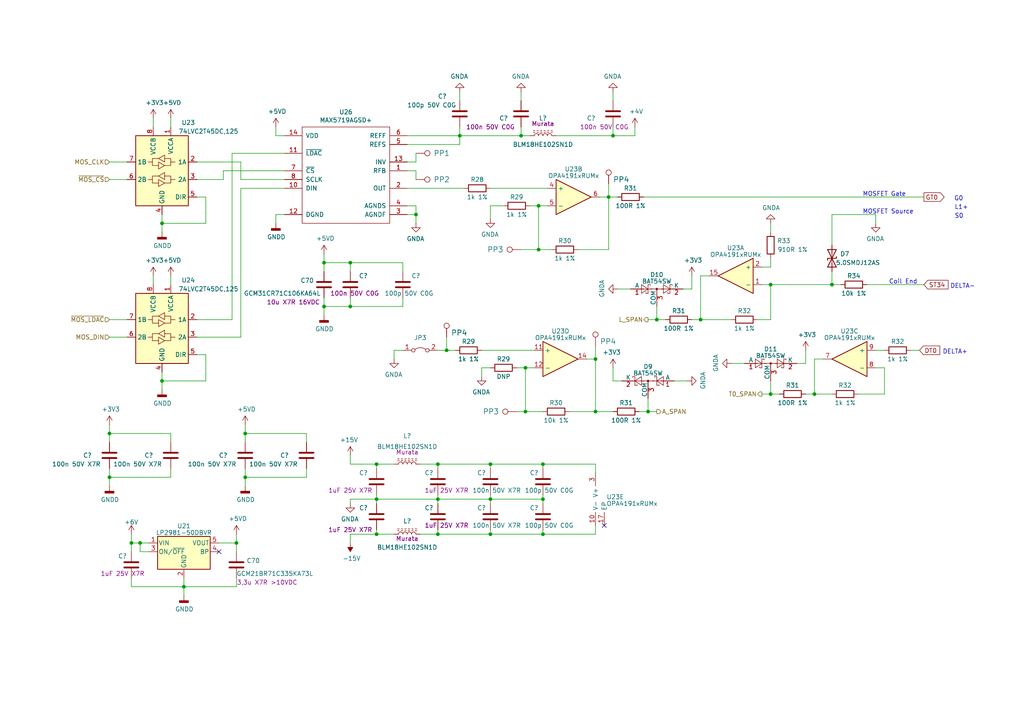
<source format=kicad_sch>
(kicad_sch (version 20230121) (generator eeschema)
  (paper "A4")
  (title_block (title "MOT coils current 100A controller ") (date "2023-11-27") (rev "2_Artiq") (company "Nicolaus Copernicus University in Toruń") (comment 1 "KL FAMO") (comment 2 "Kasli / Sinara compatible version") (comment 4 "designed by Adam Ledziński"))
  (junction (at 223.52 114.3))
  (junction (at 156.21 72.39))
  (junction (at 236.22 114.3))
  (junction (at 46.99 64.77))
  (junction (at 129.54 101.6))
  (junction (at 172.72 119.38))
  (junction (at 31.75 125.73))
  (junction (at 127 134.62))
  (junction (at 190.5 92.71))
  (junction (at 109.22 144.78))
  (junction (at 172.72 104.14))
  (junction (at 101.6 88.9))
  (junction (at 71.12 138.43))
  (junction (at 31.75 138.43))
  (junction (at 142.24 144.78))
  (junction (at 109.22 134.62))
  (junction (at 40.64 157.48))
  (junction (at 157.48 134.62))
  (junction (at 223.52 82.55))
  (junction (at 142.24 154.94))
  (junction (at 68.58 157.48))
  (junction (at 53.34 170.18))
  (junction (at 93.98 76.2))
  (junction (at 157.48 154.94))
  (junction (at 177.8 39.37))
  (junction (at 127 154.94))
  (junction (at 187.96 119.38))
  (junction (at 93.98 88.9))
  (junction (at 176.53 57.15))
  (junction (at 46.99 110.49))
  (junction (at 109.22 154.94))
  (junction (at 157.48 144.78))
  (junction (at 142.24 134.62))
  (junction (at 152.4 106.68))
  (junction (at 241.3 82.55))
  (junction (at 38.1 157.48))
  (junction (at 203.2 92.71))
  (junction (at 101.6 76.2))
  (junction (at 151.13 39.37))
  (junction (at 120.65 62.23))
  (junction (at 127 144.78))
  (junction (at 133.35 39.37))
  (junction (at 152.4 119.38))
  (junction (at 71.12 125.73))
  (junction (at 156.21 59.69))
  (no_connect (at 175.26 152.4))
  (no_connect (at 63.5 160.02))
  (wire (pts (xy 36.83 92.71) (xy 31.75 92.71)))
  (wire (pts (xy 101.6 76.2) (xy 93.98 76.2)))
  (wire (pts (xy 118.11 49.53) (xy 120.65 49.53)))
  (wire (pts (xy 223.52 92.71) (xy 223.52 82.55)))
  (wire (pts (xy 127 134.62) (xy 121.92 134.62)))
  (wire (pts (xy 223.52 82.55) (xy 241.3 82.55)))
  (wire (pts (xy 256.54 106.68) (xy 254 106.68)))
  (wire (pts (xy 93.98 88.9) (xy 93.98 86.36)))
  (wire (pts (xy 71.12 125.73) (xy 71.12 123.19)))
  (wire (pts (xy 142.24 134.62) (xy 127 134.62)))
  (wire (pts (xy 64.77 52.07) (xy 57.15 52.07)))
  (wire (pts (xy 184.15 36.83) (xy 184.15 39.37)))
  (wire (pts (xy 109.22 154.94) (xy 114.3 154.94)))
  (wire (pts (xy 46.99 110.49) (xy 59.69 110.49)))
  (wire (pts (xy 46.99 67.31) (xy 46.99 64.77)))
  (wire (pts (xy 31.75 138.43) (xy 31.75 135.89)))
  (wire (pts (xy 68.58 170.18) (xy 68.58 167.64)))
  (wire (pts (xy 38.1 167.64) (xy 38.1 170.18)))
  (wire (pts (xy 49.53 125.73) (xy 31.75 125.73)))
  (wire (pts (xy 109.22 135.89) (xy 109.22 134.62)))
  (wire (pts (xy 241.3 114.3) (xy 236.22 114.3)))
  (wire (pts (xy 146.05 59.69) (xy 142.24 59.69)))
  (wire (pts (xy 88.9 138.43) (xy 88.9 135.89)))
  (wire (pts (xy 142.24 59.69) (xy 142.24 63.5)))
  (wire (pts (xy 142.24 135.89) (xy 142.24 134.62)))
  (wire (pts (xy 82.55 52.07) (xy 69.85 52.07)))
  (wire (pts (xy 120.65 49.53) (xy 120.65 52.07)))
  (wire (pts (xy 176.53 57.15) (xy 173.99 57.15)))
  (wire (pts (xy 40.64 160.02) (xy 40.64 157.48)))
  (wire (pts (xy 200.66 92.71) (xy 203.2 92.71)))
  (wire (pts (xy 120.65 46.99) (xy 120.65 44.45)))
  (wire (pts (xy 129.54 101.6) (xy 132.08 101.6)))
  (wire (pts (xy 118.11 41.91) (xy 133.35 41.91)))
  (wire (pts (xy 223.52 92.71) (xy 219.71 92.71)))
  (wire (pts (xy 158.75 54.61) (xy 142.24 54.61)))
  (wire (pts (xy 200.66 83.82) (xy 198.12 83.82)))
  (wire (pts (xy 133.35 39.37) (xy 133.35 36.83)))
  (wire (pts (xy 129.54 101.6) (xy 129.54 97.79)))
  (wire (pts (xy 172.72 134.62) (xy 172.72 137.16)))
  (wire (pts (xy 118.11 62.23) (xy 120.65 62.23)))
  (wire (pts (xy 71.12 140.97) (xy 71.12 138.43)))
  (wire (pts (xy 71.12 138.43) (xy 71.12 135.89)))
  (wire (pts (xy 127 144.78) (xy 142.24 144.78)))
  (wire (pts (xy 127 154.94) (xy 142.24 154.94)))
  (wire (pts (xy 67.31 44.45) (xy 82.55 44.45)))
  (wire (pts (xy 156.21 59.69) (xy 153.67 59.69)))
  (wire (pts (xy 152.4 119.38) (xy 152.4 106.68)))
  (wire (pts (xy 142.24 153.67) (xy 142.24 154.94)))
  (wire (pts (xy 53.34 172.72) (xy 53.34 170.18)))
  (wire (pts (xy 121.92 154.94) (xy 127 154.94)))
  (wire (pts (xy 172.72 119.38) (xy 172.72 104.14)))
  (wire (pts (xy 101.6 154.94) (xy 109.22 154.94)))
  (wire (pts (xy 109.22 153.67) (xy 109.22 154.94)))
  (wire (pts (xy 101.6 157.48) (xy 101.6 154.94)))
  (wire (pts (xy 31.75 97.79) (xy 36.83 97.79)))
  (wire (pts (xy 69.85 46.99) (xy 57.15 46.99)))
  (wire (pts (xy 116.84 76.2) (xy 101.6 76.2)))
  (wire (pts (xy 44.45 34.29) (xy 44.45 36.83)))
  (wire (pts (xy 80.01 62.23) (xy 82.55 62.23)))
  (wire (pts (xy 172.72 152.4) (xy 172.72 154.94)))
  (wire (pts (xy 157.48 144.78) (xy 157.48 143.51)))
  (wire (pts (xy 142.24 106.68) (xy 139.7 106.68)))
  (wire (pts (xy 118.11 59.69) (xy 120.65 59.69)))
  (wire (pts (xy 57.15 92.71) (xy 67.31 92.71)))
  (wire (pts (xy 254 101.6) (xy 256.54 101.6)))
  (wire (pts (xy 31.75 140.97) (xy 31.75 138.43)))
  (wire (pts (xy 190.5 119.38) (xy 187.96 119.38)))
  (wire (pts (xy 254 62.23) (xy 241.3 62.23)))
  (wire (pts (xy 68.58 157.48) (xy 63.5 157.48)))
  (wire (pts (xy 177.8 39.37) (xy 184.15 39.37)))
  (wire (pts (xy 152.4 119.38) (xy 149.86 119.38)))
  (wire (pts (xy 40.64 157.48) (xy 43.18 157.48)))
  (wire (pts (xy 236.22 104.14) (xy 238.76 104.14)))
  (wire (pts (xy 127 101.6) (xy 129.54 101.6)))
  (wire (pts (xy 139.7 106.68) (xy 139.7 109.22)))
  (wire (pts (xy 64.77 49.53) (xy 64.77 52.07)))
  (wire (pts (xy 82.55 54.61) (xy 69.85 54.61)))
  (wire (pts (xy 152.4 106.68) (xy 154.94 106.68)))
  (wire (pts (xy 133.35 39.37) (xy 118.11 39.37)))
  (wire (pts (xy 46.99 110.49) (xy 46.99 107.95)))
  (wire (pts (xy 186.69 57.15) (xy 267.97 57.15)))
  (wire (pts (xy 109.22 134.62) (xy 114.3 134.62)))
  (wire (pts (xy 46.99 64.77) (xy 59.69 64.77)))
  (wire (pts (xy 127 143.51) (xy 127 144.78)))
  (wire (pts (xy 212.09 105.41) (xy 215.9 105.41)))
  (wire (pts (xy 38.1 170.18) (xy 53.34 170.18)))
  (wire (pts (xy 67.31 44.45) (xy 67.31 92.71)))
  (wire (pts (xy 167.64 72.39) (xy 176.53 72.39)))
  (wire (pts (xy 80.01 39.37) (xy 80.01 36.83)))
  (wire (pts (xy 31.75 138.43) (xy 49.53 138.43)))
  (wire (pts (xy 256.54 114.3) (xy 256.54 106.68)))
  (wire (pts (xy 165.1 119.38) (xy 172.72 119.38)))
  (wire (pts (xy 177.8 29.21) (xy 177.8 26.67)))
  (wire (pts (xy 179.07 83.82) (xy 182.88 83.82)))
  (wire (pts (xy 109.22 144.78) (xy 127 144.78)))
  (wire (pts (xy 157.48 153.67) (xy 157.48 154.94)))
  (wire (pts (xy 203.2 92.71) (xy 203.2 80.01)))
  (wire (pts (xy 233.68 101.6) (xy 233.68 105.41)))
  (wire (pts (xy 93.98 76.2) (xy 93.98 73.66)))
  (wire (pts (xy 254 62.23) (xy 254 64.77)))
  (wire (pts (xy 43.18 160.02) (xy 40.64 160.02)))
  (wire (pts (xy 152.4 106.68) (xy 149.86 106.68)))
  (wire (pts (xy 157.48 144.78) (xy 142.24 144.78)))
  (wire (pts (xy 120.65 64.77) (xy 120.65 62.23)))
  (wire (pts (xy 109.22 143.51) (xy 109.22 144.78)))
  (wire (pts (xy 172.72 104.14) (xy 172.72 100.33)))
  (wire (pts (xy 59.69 110.49) (xy 59.69 102.87)))
  (wire (pts (xy 101.6 78.74) (xy 101.6 76.2)))
  (wire (pts (xy 101.6 88.9) (xy 116.84 88.9)))
  (wire (pts (xy 151.13 39.37) (xy 133.35 39.37)))
  (wire (pts (xy 177.8 39.37) (xy 177.8 36.83)))
  (wire (pts (xy 31.75 46.99) (xy 36.83 46.99)))
  (wire (pts (xy 157.48 134.62) (xy 172.72 134.62)))
  (wire (pts (xy 93.98 76.2) (xy 93.98 78.74)))
  (wire (pts (xy 127 135.89) (xy 127 134.62)))
  (wire (pts (xy 53.34 170.18) (xy 68.58 170.18)))
  (wire (pts (xy 127 146.05) (xy 127 144.78)))
  (wire (pts (xy 38.1 157.48) (xy 40.64 157.48)))
  (wire (pts (xy 223.52 67.31) (xy 223.52 64.77)))
  (wire (pts (xy 82.55 39.37) (xy 80.01 39.37)))
  (wire (pts (xy 187.96 119.38) (xy 185.42 119.38)))
  (wire (pts (xy 36.83 52.07) (xy 31.75 52.07)))
  (wire (pts (xy 187.96 92.71) (xy 190.5 92.71)))
  (wire (pts (xy 212.09 92.71) (xy 203.2 92.71)))
  (wire (pts (xy 200.66 80.01) (xy 200.66 83.82)))
  (wire (pts (xy 151.13 29.21) (xy 151.13 26.67)))
  (wire (pts (xy 152.4 119.38) (xy 157.48 119.38)))
  (wire (pts (xy 114.3 101.6) (xy 114.3 104.14)))
  (wire (pts (xy 68.58 154.94) (xy 68.58 157.48)))
  (wire (pts (xy 133.35 29.21) (xy 133.35 26.67)))
  (wire (pts (xy 88.9 128.27) (xy 88.9 125.73)))
  (wire (pts (xy 116.84 101.6) (xy 114.3 101.6)))
  (wire (pts (xy 176.53 57.15) (xy 176.53 53.34)))
  (wire (pts (xy 176.53 72.39) (xy 176.53 57.15)))
  (wire (pts (xy 142.24 144.78) (xy 142.24 143.51)))
  (wire (pts (xy 38.1 160.02) (xy 38.1 157.48)))
  (wire (pts (xy 109.22 144.78) (xy 109.22 146.05)))
  (wire (pts (xy 118.11 46.99) (xy 120.65 46.99)))
  (wire (pts (xy 101.6 134.62) (xy 109.22 134.62)))
  (wire (pts (xy 31.75 128.27) (xy 31.75 125.73)))
  (wire (pts (xy 53.34 167.64) (xy 53.34 170.18)))
  (wire (pts (xy 101.6 146.05) (xy 101.6 144.78)))
  (wire (pts (xy 80.01 64.77) (xy 80.01 62.23)))
  (wire (pts (xy 38.1 154.94) (xy 38.1 157.48)))
  (wire (pts (xy 172.72 104.14) (xy 170.18 104.14)))
  (wire (pts (xy 203.2 80.01) (xy 205.74 80.01)))
  (wire (pts (xy 190.5 88.9) (xy 190.5 92.71)))
  (wire (pts (xy 223.52 82.55) (xy 220.98 82.55)))
  (wire (pts (xy 93.98 88.9) (xy 101.6 88.9)))
  (wire (pts (xy 133.35 41.91) (xy 133.35 39.37)))
  (wire (pts (xy 68.58 160.02) (xy 68.58 157.48)))
  (wire (pts (xy 233.68 114.3) (xy 236.22 114.3)))
  (wire (pts (xy 57.15 97.79) (xy 69.85 97.79)))
  (wire (pts (xy 49.53 80.01) (xy 49.53 82.55)))
  (wire (pts (xy 157.48 146.05) (xy 157.48 144.78)))
  (wire (pts (xy 220.98 77.47) (xy 223.52 77.47)))
  (wire (pts (xy 223.52 110.49) (xy 223.52 114.3)))
  (wire (pts (xy 116.84 88.9) (xy 116.84 86.36)))
  (wire (pts (xy 59.69 102.87) (xy 57.15 102.87)))
  (wire (pts (xy 241.3 82.55) (xy 243.84 82.55)))
  (wire (pts (xy 241.3 71.12) (xy 241.3 62.23)))
  (wire (pts (xy 156.21 59.69) (xy 158.75 59.69)))
  (wire (pts (xy 88.9 125.73) (xy 71.12 125.73)))
  (wire (pts (xy 157.48 134.62) (xy 157.48 135.89)))
  (wire (pts (xy 172.72 119.38) (xy 177.8 119.38)))
  (wire (pts (xy 142.24 154.94) (xy 157.48 154.94)))
  (wire (pts (xy 139.7 101.6) (xy 154.94 101.6)))
  (wire (pts (xy 82.55 49.53) (xy 64.77 49.53)))
  (wire (pts (xy 116.84 78.74) (xy 116.84 76.2)))
  (wire (pts (xy 177.8 106.68) (xy 177.8 110.49)))
  (wire (pts (xy 101.6 88.9) (xy 101.6 86.36)))
  (wire (pts (xy 59.69 64.77) (xy 59.69 57.15)))
  (wire (pts (xy 46.99 64.77) (xy 46.99 62.23)))
  (wire (pts (xy 223.52 77.47) (xy 223.52 74.93)))
  (wire (pts (xy 59.69 57.15) (xy 57.15 57.15)))
  (wire (pts (xy 251.46 82.55) (xy 267.97 82.55)))
  (wire (pts (xy 49.53 138.43) (xy 49.53 135.89)))
  (wire (pts (xy 199.39 110.49) (xy 195.58 110.49)))
  (wire (pts (xy 156.21 72.39) (xy 151.13 72.39)))
  (wire (pts (xy 179.07 57.15) (xy 176.53 57.15)))
  (wire (pts (xy 69.85 97.79) (xy 69.85 54.61)))
  (wire (pts (xy 156.21 72.39) (xy 160.02 72.39)))
  (wire (pts (xy 264.16 101.6) (xy 266.7 101.6)))
  (wire (pts (xy 101.6 144.78) (xy 109.22 144.78)))
  (wire (pts (xy 220.98 114.3) (xy 223.52 114.3)))
  (wire (pts (xy 161.29 39.37) (xy 177.8 39.37)))
  (wire (pts (xy 223.52 114.3) (xy 226.06 114.3)))
  (wire (pts (xy 69.85 52.07) (xy 69.85 46.99)))
  (wire (pts (xy 120.65 62.23) (xy 120.65 59.69)))
  (wire (pts (xy 44.45 80.01) (xy 44.45 82.55)))
  (wire (pts (xy 187.96 115.57) (xy 187.96 119.38)))
  (wire (pts (xy 49.53 128.27) (xy 49.53 125.73)))
  (wire (pts (xy 46.99 113.03) (xy 46.99 110.49)))
  (wire (pts (xy 151.13 39.37) (xy 151.13 36.83)))
  (wire (pts (xy 71.12 128.27) (xy 71.12 125.73)))
  (wire (pts (xy 190.5 92.71) (xy 193.04 92.71)))
  (wire (pts (xy 93.98 91.44) (xy 93.98 88.9)))
  (wire (pts (xy 142.24 144.78) (xy 142.24 146.05)))
  (wire (pts (xy 127 153.67) (xy 127 154.94)))
  (wire (pts (xy 177.8 110.49) (xy 180.34 110.49)))
  (wire (pts (xy 157.48 154.94) (xy 172.72 154.94)))
  (wire (pts (xy 153.67 39.37) (xy 151.13 39.37)))
  (wire (pts (xy 233.68 105.41) (xy 231.14 105.41)))
  (wire (pts (xy 101.6 132.08) (xy 101.6 134.62)))
  (wire (pts (xy 31.75 125.73) (xy 31.75 123.19)))
  (wire (pts (xy 71.12 138.43) (xy 88.9 138.43)))
  (wire (pts (xy 241.3 78.74) (xy 241.3 82.55)))
  (wire (pts (xy 49.53 34.29) (xy 49.53 36.83)))
  (wire (pts (xy 248.92 114.3) (xy 256.54 114.3)))
  (wire (pts (xy 134.62 54.61) (xy 118.11 54.61)))
  (wire (pts (xy 236.22 114.3) (xy 236.22 104.14)))
  (wire (pts (xy 156.21 72.39) (xy 156.21 59.69)))
  (wire (pts (xy 142.24 134.62) (xy 157.48 134.62)))
  (text "MOSFET Gate" (at 250.19 57.15 0) (effects (font (size 1.27 1.27)) (justify left bottom)))
  (text "MOSFET Source" (at 250.19 62.23 0) (effects (font (size 1.27 1.27)) (justify left bottom)))
  (text "G0" (at 279.4 58.42 0) (effects (font (size 1.27 1.27)) (justify right bottom)))
  (text "L1+" (at 276.86 60.96 0) (effects (font (size 1.27 1.27)) (justify left bottom)))
  (text "DELTA-" (at 275.59 83.82 0) (effects (font (size 1.27 1.27)) (justify left bottom)))
  (text "DELTA+" (at 280.67 102.87 0) (effects (font (size 1.27 1.27)) (justify right bottom)))
  (text "Coil End" (at 257.81 82.55 0) (effects (font (size 1.27 1.27)) (justify left bottom)))
  (text "S0" (at 276.86 63.5 0) (effects (font (size 1.27 1.27)) (justify left bottom)))
  (global_label "GT0" (shape output) (at 267.97 57.15 0) (property "Intersheetrefs" "${INTERSHEET_REFS}" (effects hide)))
  (global_label "DT0" (shape input) (at 266.7 101.6 0) (property "Intersheetrefs" "${INTERSHEET_REFS}" (effects hide)))
  (global_label "ST34" (shape input) (at 267.97 82.55 0) (property "Intersheetrefs" "${INTERSHEET_REFS}" (effects hide)))
  (hierarchical_label "MOS_DIN" (shape input) (at 31.75 97.79 180))
  (hierarchical_label "MOS_CLK" (shape input) (at 31.75 46.99 180))
  (hierarchical_label "A_SPAN" (shape output) (at 190.5 119.38 0))
  (hierarchical_label "T0_SPAN" (shape output) (at 220.98 114.3 180))
  (hierarchical_label "L_SPAN" (shape output) (at 187.96 92.71 180))
  (hierarchical_label "~{MOS_LDAC}" (shape input) (at 31.75 92.71 180))
  (hierarchical_label "~{MOS_CS}" (shape input) (at 31.75 52.07 180))
  (symbol (lib_id "Device:R") (at 138.43 54.61 270) (unit 1)
    (property "Reference" "R28" (at 138.43 52.07 90))
    (property "Value" "1k 1%" (at 138.43 57.15 90))
    (property "Footprint" "Resistor_SMD:R_0603_1608Metric" (effects hide))
    (instances (project "c100AvA" (path "" (reference "R28") (unit 1))) (project "current100A_Artiq" (path "" (reference "R41") (unit 1))))
  )
  (symbol (lib_id "Logic_LevelTranslator:74LVC2T45DC") (at 46.99 49.53 0) (mirror y) (unit 1)
    (property "Reference" "U23" (at 54.61 35.56 0))
    (property "Value" "74LVC2T45DC,125 " (at 60.96 38.1 0))
    (property "Footprint" "Package_SO:VSSOP-8_2.3x2mm_P0.5mm" (effects hide))
    (property "Datasheet" "https://assets.nexperia.com/documents/data-sheet/74LVC_LVCH2T45.pdf" (effects hide))
    (instances (project "c100AvA" (path "" (reference "U23") (unit 1))) (project "current100A_Artiq" (path "" (reference "U19") (unit 1))))
  )
  (symbol (lib_id "power:GNDD") (at 46.99 67.31 0) (unit 1)
    (property "Reference" "#PWR095" (effects hide))
    (property "Value" "GNDD" (at 47.117 71.2724 0))
    (instances (project "c100AvA" (path "" (reference "#PWR095") (unit 1))) (project "current100A_Artiq" (path "" (reference "#PWR0149") (unit 1))))
  )
  (symbol (lib_id "power:+3V3") (at 44.45 34.29 0) (unit 1)
    (property "Reference" "#PWR092" (effects hide))
    (property "Value" "+3V3" (at 44.831 29.7942 0))
    (instances (project "c100AvA" (path "" (reference "#PWR092") (unit 1))) (project "current100A_Artiq" (path "" (reference "#PWR0147") (unit 1))))
  )
  (symbol (lib_id "Logic_LevelTranslator:74LVC2T45DC") (at 46.99 95.25 0) (mirror y) (unit 1)
    (property "Reference" "U24" (at 54.61 81.28 0))
    (property "Value" "74LVC2T45DC,125 " (at 60.96 83.82 0))
    (property "Footprint" "Package_SO:VSSOP-8_2.3x2mm_P0.5mm" (effects hide))
    (property "Datasheet" "https://assets.nexperia.com/documents/data-sheet/74LVC_LVCH2T45.pdf" (effects hide))
    (instances (project "c100AvA" (path "" (reference "U24") (unit 1))) (project "current100A_Artiq" (path "" (reference "U20") (unit 1))))
  )
  (symbol (lib_id "power:GNDD") (at 46.99 113.03 0) (unit 1)
    (property "Reference" "#PWR096" (effects hide))
    (property "Value" "GNDD" (at 47.117 116.9924 0))
    (instances (project "c100AvA" (path "" (reference "#PWR096") (unit 1))) (project "current100A_Artiq" (path "" (reference "#PWR0150") (unit 1))))
  )
  (symbol (lib_id "power:+3V3") (at 44.45 80.01 0) (unit 1)
    (property "Reference" "#PWR093" (effects hide))
    (property "Value" "+3V3" (at 44.831 75.5142 0))
    (instances (project "c100AvA" (path "" (reference "#PWR093") (unit 1))) (project "current100A_Artiq" (path "" (reference "#PWR0148") (unit 1))))
  )
  (symbol (lib_id "ff:MAX5719AGSD+") (at 100.33 49.53 0) (unit 1)
    (property "Reference" "U26" (at 100.33 32.4866 0))
    (property "Value" "MAX5719AGSD+" (at 100.33 34.8488 0))
    (property "Footprint" "Package_SO:SOIC-14_3.9x8.7mm_P1.27mm" (effects hide))
    (property "Datasheet" "https://datasheets.maximintegrated.com/en/ds/MAX5717-MAX5719.pdf" (effects hide))
    (instances (project "c100AvA" (path "" (reference "U26") (unit 1))) (project "current100A_Artiq" (path "" (reference "U22") (unit 1))))
  )
  (symbol (lib_id "power:GNDD") (at 80.01 64.77 0) (unit 1)
    (property "Reference" "#PWR0104" (effects hide))
    (property "Value" "GNDD" (at 80.137 68.7324 0))
    (instances (project "c100AvA" (path "" (reference "#PWR0104") (unit 1))) (project "current100A_Artiq" (path "" (reference "#PWR0158") (unit 1))))
  )
  (symbol (lib_id "power:+3V3") (at 31.75 123.19 0) (unit 1)
    (property "Reference" "#PWR090" (effects hide))
    (property "Value" "+3V3" (at 32.131 118.6942 0))
    (instances (project "c100AvA" (path "" (reference "#PWR090") (unit 1)) (path "" (reference "#PWR?") (unit 1))) (project "current100A_Artiq" (path "" (reference "#PWR0144") (unit 1))))
  )
  (symbol (lib_id "power:GNDD") (at 31.75 140.97 0) (unit 1)
    (property "Reference" "#PWR091" (effects hide))
    (property "Value" "GNDD" (at 31.877 144.9324 0))
    (instances (project "c100AvA" (path "" (reference "#PWR091") (unit 1)) (path "" (reference "#PWR?") (unit 1))) (project "current100A_Artiq" (path "" (reference "#PWR0145") (unit 1))))
  )
  (symbol (lib_id "Device:C") (at 31.75 132.08 180) (unit 1)
    (property "Reference" "C?" (at 26.67 132.08 0) (effects (justify left)))
    (property "Value" "100n 50V X7R" (at 29.21 134.62 0) (effects (justify left)))
    (property "Footprint" "Capacitor_SMD:C_0603_1608Metric" (effects hide))
    (instances (project "c100AvA" (path "" (reference "C?") (unit 1)) (path "" (reference "C64") (unit 1)) (path "" (reference "C?") (unit 1)) (path "" (reference "C?") (unit 1))) (project "current100A_Artiq" (path "" (reference "C116") (unit 1))))
  )
  (symbol (lib_id "power:+5VD") (at 49.53 34.29 0) (unit 1)
    (property "Reference" "#PWR097" (effects hide))
    (property "Value" "+5VD" (at 49.911 29.7942 0))
    (instances (project "c100AvA" (path "" (reference "#PWR097") (unit 1))) (project "current100A_Artiq" (path "" (reference "#PWR0151") (unit 1))))
  )
  (symbol (lib_id "power:+5VD") (at 49.53 80.01 0) (unit 1)
    (property "Reference" "#PWR098" (effects hide))
    (property "Value" "+5VD" (at 49.911 75.5142 0))
    (instances (project "c100AvA" (path "" (reference "#PWR098") (unit 1))) (project "current100A_Artiq" (path "" (reference "#PWR0152") (unit 1))))
  )
  (symbol (lib_id "Device:C") (at 109.22 139.7 0) (unit 1)
    (property "Reference" "C?" (at 104.14 137.16 0) (effects (justify left)))
    (property "Value" "GCM188R71E105KA64J" (effects hide))
    (property "Footprint" "Capacitor_SMD:C_0603_1608Metric" (effects hide))
    (property "Comm" "1uF 25V X7R" (at 101.6 142.24 0))
    (instances (project "c100AvA" (path "" (reference "C?") (unit 1)) (path "" (reference "C72") (unit 1)) (path "" (reference "C?") (unit 1))) (project "current100A_Artiq" (path "" (reference "C124") (unit 1))))
  )
  (symbol (lib_id "Device:C") (at 109.22 149.86 0) (mirror x) (unit 1)
    (property "Reference" "C?" (at 104.14 147.32 0) (effects (justify left)))
    (property "Value" "GCM188R71E105KA64J" (effects hide))
    (property "Footprint" "Capacitor_SMD:C_0603_1608Metric" (effects hide))
    (property "Comm" "1uF 25V X7R" (at 101.6 153.67 0))
    (instances (project "c100AvA" (path "" (reference "C?") (unit 1)) (path "" (reference "C73") (unit 1)) (path "" (reference "C?") (unit 1))) (project "current100A_Artiq" (path "" (reference "C125") (unit 1))))
  )
  (symbol (lib_id "power:GNDA") (at 101.6 146.05 0) (mirror y) (unit 1)
    (property "Reference" "#PWR?" (effects hide))
    (property "Value" "GNDA" (at 101.473 150.5458 0))
    (instances (project "c100AvA" (path "" (reference "#PWR?") (unit 1)) (path "" (reference "#PWR0108") (unit 1)) (path "" (reference "#PWR?") (unit 1))) (project "current100A_Artiq" (path "" (reference "#PWR0162") (unit 1))))
  )
  (symbol (lib_id "power:+15V") (at 101.6 132.08 0) (mirror y) (unit 1)
    (property "Reference" "#PWR?" (effects hide))
    (property "Value" "+15V" (at 101.219 127.5842 0))
    (instances (project "c100AvA" (path "" (reference "#PWR?") (unit 1)) (path "" (reference "#PWR0107") (unit 1)) (path "" (reference "#PWR?") (unit 1))) (project "current100A_Artiq" (path "" (reference "#PWR0161") (unit 1))))
  )
  (symbol (lib_id "power:-15V") (at 101.6 157.48 0) (mirror x) (unit 1)
    (property "Reference" "#PWR?" (effects hide))
    (property "Value" "-15V" (at 101.981 161.9758 0))
    (instances (project "c100AvA" (path "" (reference "#PWR?") (unit 1)) (path "" (reference "#PWR0109") (unit 1)) (path "" (reference "#PWR?") (unit 1))) (project "current100A_Artiq" (path "" (reference "#PWR0163") (unit 1))))
  )
  (symbol (lib_id "Device:C") (at 151.13 33.02 0) (mirror x) (unit 1)
    (property "Reference" "C?" (at 144.78 34.29 0) (effects (justify left)))
    (property "Value" "GRM31C5C1H104JA01L" (effects hide))
    (property "Footprint" "Capacitor_SMD:C_1206_3216Metric" (effects hide))
    (property "Comm" "100n 50V C0G" (at 142.24 36.83 0))
    (instances (project "c100AvA" (path "" (reference "C?") (unit 1)) (path "" (reference "C80") (unit 1)) (path "" (reference "C?") (unit 1)) (path "" (reference "C?") (unit 1))) (project "current100A_Artiq" (path "" (reference "C132") (unit 1))))
  )
  (symbol (lib_id "Device:C") (at 133.35 33.02 0) (unit 1)
    (property "Reference" "C?" (at 127 27.94 0) (effects (justify left)))
    (property "Value" "100p 50V C0G" (at 118.11 30.48 0) (effects (justify left)))
    (property "Footprint" "Capacitor_SMD:C_0603_1608Metric" (effects hide))
    (instances (project "c100AvA" (path "" (reference "C?") (unit 1)) (path "" (reference "C75") (unit 1)) (path "" (reference "C?") (unit 1)) (path "" (reference "C?") (unit 1))) (project "current100A_Artiq" (path "" (reference "C129") (unit 1))))
  )
  (symbol (lib_id "power:GNDA") (at 151.13 26.67 180) (unit 1)
    (property "Reference" "#PWR0113" (effects hide))
    (property "Value" "GNDA" (at 151.003 22.1742 0))
    (instances (project "c100AvA" (path "" (reference "#PWR0113") (unit 1))) (project "current100A_Artiq" (path "" (reference "#PWR0169") (unit 1))))
  )
  (symbol (lib_id "power:GNDA") (at 133.35 26.67 180) (unit 1)
    (property "Reference" "#PWR0111" (effects hide))
    (property "Value" "GNDA" (at 133.223 22.1742 0))
    (instances (project "c100AvA" (path "" (reference "#PWR0111") (unit 1))) (project "current100A_Artiq" (path "" (reference "#PWR0166") (unit 1))))
  )
  (symbol (lib_id "Device:C") (at 177.8 33.02 0) (mirror x) (unit 1)
    (property "Reference" "C?" (at 170.18 34.29 0) (effects (justify left)))
    (property "Value" "GRM31C5C1H104JA01L" (effects hide))
    (property "Footprint" "Capacitor_SMD:C_1206_3216Metric" (effects hide))
    (property "Comm" "100n 50V C0G" (at 175.26 36.83 0))
    (instances (project "c100AvA" (path "" (reference "C?") (unit 1)) (path "" (reference "C84") (unit 1)) (path "" (reference "C?") (unit 1)) (path "" (reference "C?") (unit 1))) (project "current100A_Artiq" (path "" (reference "C135") (unit 1))))
  )
  (symbol (lib_id "power:GNDA") (at 177.8 26.67 180) (unit 1)
    (property "Reference" "#PWR0115" (effects hide))
    (property "Value" "GNDA" (at 177.673 22.1742 0))
    (instances (project "c100AvA" (path "" (reference "#PWR0115") (unit 1))) (project "current100A_Artiq" (path "" (reference "#PWR0170") (unit 1))))
  )
  (symbol (lib_id "power:+4V") (at 184.15 36.83 0) (unit 1)
    (property "Reference" "#PWR0116" (effects hide))
    (property "Value" "+4V" (at 184.531 32.3342 0))
    (instances (project "c100AvA" (path "" (reference "#PWR0116") (unit 1))) (project "current100A_Artiq" (path "" (reference "#PWR0173") (unit 1))))
  )
  (symbol (lib_id "power:GNDA") (at 120.65 64.77 0) (mirror y) (unit 1)
    (property "Reference" "#PWR0110" (effects hide))
    (property "Value" "GNDA" (at 120.523 69.2658 0))
    (instances (project "c100AvA" (path "" (reference "#PWR0110") (unit 1))) (project "current100A_Artiq" (path "" (reference "#PWR0165") (unit 1))))
  )
  (symbol (lib_id "Device:R") (at 163.83 72.39 270) (unit 1)
    (property "Reference" "R30" (at 163.83 69.85 90))
    (property "Value" "1k 1%" (at 163.83 74.93 90))
    (property "Footprint" "Resistor_SMD:R_0603_1608Metric" (effects hide))
    (instances (project "c100AvA" (path "" (reference "R30") (unit 1))) (project "current100A_Artiq" (path "" (reference "R45") (unit 1))))
  )
  (symbol (lib_id "Device:R") (at 149.86 59.69 270) (unit 1)
    (property "Reference" "R29" (at 149.86 57.15 90))
    (property "Value" "1k 1%" (at 149.86 62.23 90))
    (property "Footprint" "Resistor_SMD:R_0603_1608Metric" (effects hide))
    (instances (project "c100AvA" (path "" (reference "R29") (unit 1))) (project "current100A_Artiq" (path "" (reference "R43") (unit 1))))
  )
  (symbol (lib_id "power:GNDA") (at 142.24 63.5 0) (mirror y) (unit 1)
    (property "Reference" "#PWR?" (effects hide))
    (property "Value" "GNDA" (at 142.113 67.9958 0))
    (instances (project "c100AvA" (path "" (reference "#PWR?") (unit 1)) (path "" (reference "#PWR0112") (unit 1)) (path "" (reference "#PWR?") (unit 1))) (project "current100A_Artiq" (path "" (reference "#PWR0168") (unit 1))))
  )
  (symbol (lib_id "Device:C") (at 49.53 132.08 180) (unit 1)
    (property "Reference" "C?" (at 44.45 132.08 0) (effects (justify left)))
    (property "Value" "100n 50V X7R" (at 46.99 134.62 0) (effects (justify left)))
    (property "Footprint" "Capacitor_SMD:C_0603_1608Metric" (effects hide))
    (instances (project "c100AvA" (path "" (reference "C?") (unit 1)) (path "" (reference "C66") (unit 1)) (path "" (reference "C?") (unit 1)) (path "" (reference "C?") (unit 1))) (project "current100A_Artiq" (path "" (reference "C118") (unit 1))))
  )
  (symbol (lib_id "Device:R") (at 215.9 92.71 90) (mirror x) (unit 1)
    (property "Reference" "R32" (at 215.9 90.17 90))
    (property "Value" "1k 1%" (at 215.9 95.25 90))
    (property "Footprint" "Resistor_SMD:R_0603_1608Metric" (effects hide))
    (instances (project "c100AvA" (path "" (reference "R32") (unit 1))) (project "current100A_Artiq" (path "" (reference "R49") (unit 1))))
  )
  (symbol (lib_id "Device:R") (at 182.88 57.15 270) (unit 1)
    (property "Reference" "R31" (at 182.88 54.61 90))
    (property "Value" "100R 1%" (at 182.88 59.69 90))
    (property "Footprint" "Resistor_SMD:R_0805_2012Metric" (effects hide))
    (instances (project "c100AvA" (path "" (reference "R31") (unit 1))) (project "current100A_Artiq" (path "" (reference "R47") (unit 1))))
  )
  (symbol (lib_id "Device:D_TVS") (at 241.3 74.93 90) (mirror x) (unit 1)
    (property "Reference" "D7" (at 246.38 73.66 90) (effects (justify left)))
    (property "Value" "5.0SMDJ12AS" (at 255.27 76.2 90) (effects (justify left)))
    (property "Footprint" "Diode_SMD:D_SMC" (effects hide))
    (instances (project "c100AvA" (path "" (reference "D7") (unit 1))) (project "current100A_Artiq" (path "" (reference "D12") (unit 1))))
  )
  (symbol (lib_id "power:GNDA") (at 254 64.77 0) (mirror y) (unit 1)
    (property "Reference" "#PWR0118" (effects hide))
    (property "Value" "GNDA" (at 253.873 69.2658 0))
    (instances (project "c100AvA" (path "" (reference "#PWR0118") (unit 1))) (project "current100A_Artiq" (path "" (reference "#PWR0179") (unit 1))))
  )
  (symbol (lib_id "Device:R") (at 247.65 82.55 90) (mirror x) (unit 1)
    (property "Reference" "R34" (at 247.65 80.01 90))
    (property "Value" "10k 1%" (at 247.65 85.09 90))
    (property "Footprint" "Resistor_SMD:R_0603_1608Metric" (effects hide))
    (instances (project "c100AvA" (path "" (reference "R34") (unit 1))) (project "current100A_Artiq" (path "" (reference "R51") (unit 1))))
  )
  (symbol (lib_id "Device:C") (at 142.24 149.86 180) (unit 1)
    (property "Reference" "C?" (at 140.97 147.32 0) (effects (justify left)))
    (property "Value" "100n 50V X7R" (at 151.13 152.4 0) (effects (justify left)))
    (property "Footprint" "Capacitor_SMD:C_0603_1608Metric" (effects hide))
    (instances (project "c100AvA" (path "" (reference "C?") (unit 1)) (path "" (reference "C79") (unit 1)) (path "" (reference "C?") (unit 1)) (path "" (reference "C?") (unit 1))) (project "current100A_Artiq" (path "" (reference "C131") (unit 1))))
  )
  (symbol (lib_id "Device:C") (at 142.24 139.7 180) (unit 1)
    (property "Reference" "C?" (at 140.97 137.16 0) (effects (justify left)))
    (property "Value" "100n 50V X7R" (at 151.13 142.24 0) (effects (justify left)))
    (property "Footprint" "Capacitor_SMD:C_0603_1608Metric" (effects hide))
    (instances (project "c100AvA" (path "" (reference "C?") (unit 1)) (path "" (reference "C78") (unit 1)) (path "" (reference "C?") (unit 1)) (path "" (reference "C?") (unit 1))) (project "current100A_Artiq" (path "" (reference "C130") (unit 1))))
  )
  (symbol (lib_id "Device:C") (at 157.48 149.86 0) (mirror y) (unit 1)
    (property "Reference" "C?" (at 156.21 147.32 0) (effects (justify left)))
    (property "Value" "100p 50V C0G" (at 166.37 152.4 0) (effects (justify left)))
    (property "Footprint" "Capacitor_SMD:C_0603_1608Metric" (effects hide))
    (instances (project "c100AvA" (path "" (reference "C?") (unit 1)) (path "" (reference "C82") (unit 1)) (path "" (reference "C?") (unit 1)) (path "" (reference "C?") (unit 1))) (project "current100A_Artiq" (path "" (reference "C134") (unit 1))))
  )
  (symbol (lib_id "Device:C") (at 157.48 139.7 0) (mirror y) (unit 1)
    (property "Reference" "C?" (at 156.21 137.16 0) (effects (justify left)))
    (property "Value" "100p 50V C0G" (at 166.37 142.24 0) (effects (justify left)))
    (property "Footprint" "Capacitor_SMD:C_0603_1608Metric" (effects hide))
    (instances (project "c100AvA" (path "" (reference "C?") (unit 1)) (path "" (reference "C81") (unit 1)) (path "" (reference "C?") (unit 1)) (path "" (reference "C?") (unit 1))) (project "current100A_Artiq" (path "" (reference "C133") (unit 1))))
  )
  (symbol (lib_id "c100AvA-rescue:L_Core_Ferrite-Device") (at 118.11 154.94 270) (mirror x) (unit 1)
    (property "Reference" "L?" (at 118.11 151.13 90))
    (property "Value" "BLM18HE102SN1D" (at 118.11 158.75 90))
    (property "Footprint" "Inductor_SMD:L_0603_1608Metric" (effects hide))
    (property "Comm" "Murata" (at 118.11 156.21 90))
    (instances (project "c100AvA" (path "" (reference "L?") (unit 1)) (path "" (reference "L7") (unit 1)) (path "" (reference "L?") (unit 1))) (project "current100A_Artiq" (path "" (reference "L13") (unit 1))))
  )
  (symbol (lib_id "c100AvA-rescue:L_Core_Ferrite-Device") (at 118.11 134.62 270) (mirror x) (unit 1)
    (property "Reference" "L?" (at 118.11 126.4158 90))
    (property "Value" "BLM18HE102SN1D" (at 118.11 129.54 90))
    (property "Footprint" "Inductor_SMD:L_0603_1608Metric" (effects hide))
    (property "Comm" "Murata" (at 118.11 131.1402 90))
    (instances (project "c100AvA" (path "" (reference "L?") (unit 1)) (path "" (reference "L6") (unit 1)) (path "" (reference "L?") (unit 1))) (project "current100A_Artiq" (path "" (reference "L12") (unit 1))))
  )
  (symbol (lib_id "c100AvA-rescue:L_Core_Ferrite-Device") (at 157.48 39.37 270) (mirror x) (unit 1)
    (property "Reference" "L?" (at 157.48 34.29 90))
    (property "Value" "BLM18HE102SN1D" (at 157.48 41.91 90))
    (property "Footprint" "Inductor_SMD:L_0603_1608Metric" (effects hide))
    (property "Comm" "Murata" (at 157.48 35.8902 90))
    (instances (project "c100AvA" (path "" (reference "L?") (unit 1)) (path "" (reference "L8") (unit 1)) (path "" (reference "L?") (unit 1))) (project "current100A_Artiq" (path "" (reference "L14") (unit 1))))
  )
  (symbol (lib_id "Device:R") (at 223.52 71.12 0) (mirror y) (unit 1)
    (property "Reference" "R33" (at 227.33 69.85 0))
    (property "Value" "910R 1%" (at 229.87 72.39 0))
    (property "Footprint" "Resistor_SMD:R_0603_1608Metric" (effects hide))
    (instances (project "c100AvA" (path "" (reference "R33") (unit 1))) (project "current100A_Artiq" (path "" (reference "R50") (unit 1))))
  )
  (symbol (lib_id "power:GNDA") (at 223.52 64.77 0) (mirror x) (unit 1)
    (property "Reference" "#PWR0117" (effects hide))
    (property "Value" "GNDA" (at 223.647 60.2742 0))
    (instances (project "c100AvA" (path "" (reference "#PWR0117") (unit 1))) (project "current100A_Artiq" (path "" (reference "#PWR0177") (unit 1))))
  )
  (symbol (lib_id "Device:C") (at 127 139.7 0) (mirror y) (unit 1)
    (property "Reference" "C?" (at 125.73 137.16 0) (effects (justify left)))
    (property "Value" "GCM188R71E105KA64J" (effects hide))
    (property "Footprint" "Capacitor_SMD:C_0603_1608Metric" (effects hide))
    (property "Comm" "1uF 25V X7R" (at 129.54 142.24 0))
    (instances (project "c100AvA" (path "" (reference "C?") (unit 1)) (path "" (reference "C76") (unit 1)) (path "" (reference "C?") (unit 1)) (path "" (reference "C?") (unit 1))) (project "current100A_Artiq" (path "" (reference "C127") (unit 1))))
  )
  (symbol (lib_id "Device:C") (at 127 149.86 0) (mirror y) (unit 1)
    (property "Reference" "C?" (at 125.73 147.32 0) (effects (justify left)))
    (property "Value" "GCM188R71E105KA64J" (effects hide))
    (property "Footprint" "Capacitor_SMD:C_0603_1608Metric" (effects hide))
    (property "Comm" "1uF 25V X7R" (at 129.54 152.4 0))
    (instances (project "c100AvA" (path "" (reference "C?") (unit 1)) (path "" (reference "C77") (unit 1)) (path "" (reference "C?") (unit 1)) (path "" (reference "C?") (unit 1))) (project "current100A_Artiq" (path "" (reference "C128") (unit 1))))
  )
  (symbol (lib_id "Connector:TestPoint") (at 151.13 72.39 90) (unit 1)
    (property "Reference" "PP3" (at 146.05 72.39 90) (effects (font (size 1.524 1.524)) (justify left)))
    (property "Value" "PAD" (effects hide))
    (property "Footprint" "TestPoint:TestPoint_THTPad_1.5x1.5mm_Drill0.7mm" (effects hide))
    (instances (project "c100AvA" (path "" (reference "PP3") (unit 1))) (project "current100A_Artiq" (path "" (reference "PP5") (unit 1))))
  )
  (symbol (lib_id "Connector:TestPoint") (at 176.53 53.34 0) (unit 1)
    (property "Reference" "PP4" (at 177.8 52.07 0) (effects (font (size 1.524 1.524)) (justify left)))
    (property "Value" "PAD" (effects hide))
    (property "Footprint" "TestPoint:TestPoint_THTPad_1.5x1.5mm_Drill0.7mm" (effects hide))
    (instances (project "c100AvA" (path "" (reference "PP4") (unit 1))) (project "current100A_Artiq" (path "" (reference "PP7") (unit 1))))
  )
  (symbol (lib_id "Connector:TestPoint") (at 120.65 44.45 270) (unit 1)
    (property "Reference" "PP1" (at 125.73 44.45 90) (effects (font (size 1.524 1.524)) (justify left)))
    (property "Value" "PAD" (effects hide))
    (property "Footprint" "TestPoint:TestPoint_THTPad_1.5x1.5mm_Drill0.7mm" (effects hide))
  )
  (symbol (lib_id "Connector:TestPoint") (at 120.65 52.07 270) (unit 1)
    (property "Reference" "PP2" (at 125.73 52.07 90) (effects (font (size 1.524 1.524)) (justify left)))
    (property "Value" "PAD" (effects hide))
    (property "Footprint" "TestPoint:TestPoint_THTPad_1.5x1.5mm_Drill0.7mm" (effects hide))
  )
  (symbol (lib_id "Device:C") (at 88.9 132.08 180) (unit 1)
    (property "Reference" "C?" (at 83.82 132.08 0) (effects (justify left)))
    (property "Value" "100n 50V X7R" (at 86.36 134.62 0) (effects (justify left)))
    (property "Footprint" "Capacitor_SMD:C_0603_1608Metric" (effects hide))
    (instances (project "c100AvA" (path "" (reference "C?") (unit 1)) (path "" (reference "C69") (unit 1)) (path "" (reference "C?") (unit 1)) (path "" (reference "C?") (unit 1))) (project "current100A_Artiq" (path "" (reference "C121") (unit 1))))
  )
  (symbol (lib_id "Device:C") (at 71.12 132.08 180) (unit 1)
    (property "Reference" "C?" (at 66.04 132.08 0) (effects (justify left)))
    (property "Value" "100n 50V X7R" (at 68.58 134.62 0) (effects (justify left)))
    (property "Footprint" "Capacitor_SMD:C_0603_1608Metric" (effects hide))
    (instances (project "c100AvA" (path "" (reference "C?") (unit 1)) (path "" (reference "C68") (unit 1)) (path "" (reference "C?") (unit 1)) (path "" (reference "C?") (unit 1))) (project "current100A_Artiq" (path "" (reference "C120") (unit 1))))
  )
  (symbol (lib_id "power:+5VD") (at 71.12 123.19 0) (unit 1)
    (property "Reference" "#PWR0101" (effects hide))
    (property "Value" "+5VD" (at 71.501 118.6942 0))
    (instances (project "c100AvA" (path "" (reference "#PWR0101") (unit 1))) (project "current100A_Artiq" (path "" (reference "#PWR0155") (unit 1))))
  )
  (symbol (lib_id "power:GNDD") (at 71.12 140.97 0) (unit 1)
    (property "Reference" "#PWR0102" (effects hide))
    (property "Value" "GNDD" (at 71.247 144.9324 0))
    (instances (project "c100AvA" (path "" (reference "#PWR0102") (unit 1)) (path "" (reference "#PWR?") (unit 1))) (project "current100A_Artiq" (path "" (reference "#PWR0156") (unit 1))))
  )
  (symbol (lib_id "Device:C") (at 116.84 82.55 0) (mirror y) (unit 1)
    (property "Reference" "C?" (at 121.92 80.01 0) (effects (justify left)))
    (property "Value" "100p 50V C0G" (at 125.73 85.09 0) (effects (justify left)))
    (property "Footprint" "Capacitor_SMD:C_0603_1608Metric" (effects hide))
    (instances (project "c100AvA" (path "" (reference "C?") (unit 1)) (path "" (reference "C74") (unit 1)) (path "" (reference "C?") (unit 1)) (path "" (reference "C?") (unit 1))) (project "current100A_Artiq" (path "" (reference "C126") (unit 1))))
  )
  (symbol (lib_id "Device:C") (at 101.6 82.55 180) (unit 1)
    (property "Reference" "C?" (at 106.68 80.01 0) (effects (justify left)))
    (property "Value" "GRM31C5C1H104JA01L" (effects hide))
    (property "Footprint" "Capacitor_SMD:C_0603_1608Metric" (effects hide))
    (property "Comm" "100n 50V C0G" (at 102.87 85.09 0))
    (instances (project "c100AvA" (path "" (reference "C?") (unit 1)) (path "" (reference "C71") (unit 1)) (path "" (reference "C?") (unit 1)) (path "" (reference "C?") (unit 1))) (project "current100A_Artiq" (path "" (reference "C123") (unit 1))))
  )
  (symbol (lib_id "Device:C") (at 93.98 82.55 0) (mirror y) (unit 1)
    (property "Reference" "C70" (at 91.059 81.3562 0) (effects (justify left)))
    (property "Value" "GCM31CR71C106KA64L " (at 93.98 85.09 0) (effects (justify left)))
    (property "Footprint" "Capacitor_SMD:C_1206_3216Metric" (effects hide))
    (property "Comm" "10u X7R 16VDC" (at 85.09 87.63 0))
    (instances (project "c100AvA" (path "" (reference "C70") (unit 1)) (path "" (reference "C?") (unit 1)) (path "" (reference "C?") (unit 1))) (project "current100A_Artiq" (path "" (reference "C122") (unit 1))))
  )
  (symbol (lib_id "power:+5VD") (at 68.58 154.94 0) (unit 1)
    (property "Reference" "#PWR0100" (effects hide))
    (property "Value" "+5VD" (at 68.961 150.4442 0))
    (instances (project "c100AvA" (path "" (reference "#PWR0100") (unit 1))) (project "current100A_Artiq" (path "" (reference "#PWR0154") (unit 1))))
  )
  (symbol (lib_id "power:GNDD") (at 53.34 172.72 0) (unit 1)
    (property "Reference" "#PWR099" (effects hide))
    (property "Value" "GNDD" (at 53.467 176.6824 0))
    (instances (project "c100AvA" (path "" (reference "#PWR099") (unit 1)) (path "" (reference "#PWR?") (unit 1))) (project "current100A_Artiq" (path "" (reference "#PWR0153") (unit 1))))
  )
  (symbol (lib_id "power:+5VD") (at 93.98 73.66 0) (unit 1)
    (property "Reference" "#PWR0105" (effects hide))
    (property "Value" "+5VD" (at 94.361 69.1642 0))
    (instances (project "c100AvA" (path "" (reference "#PWR0105") (unit 1))) (project "current100A_Artiq" (path "" (reference "#PWR0159") (unit 1))))
  )
  (symbol (lib_id "power:+5VD") (at 80.01 36.83 0) (unit 1)
    (property "Reference" "#PWR0103" (effects hide))
    (property "Value" "+5VD" (at 80.391 32.3342 0))
    (instances (project "c100AvA" (path "" (reference "#PWR0103") (unit 1))) (project "current100A_Artiq" (path "" (reference "#PWR0157") (unit 1))))
  )
  (symbol (lib_id "power:GNDD") (at 93.98 91.44 0) (unit 1)
    (property "Reference" "#PWR0106" (effects hide))
    (property "Value" "GNDD" (at 94.107 95.4024 0))
    (instances (project "c100AvA" (path "" (reference "#PWR0106") (unit 1))) (project "current100A_Artiq" (path "" (reference "#PWR0160") (unit 1))))
  )
  (symbol (lib_id "Device:C") (at 38.1 163.83 0) (mirror y) (unit 1)
    (property "Reference" "C?" (at 36.83 161.29 0) (effects (justify left)))
    (property "Value" "GCM188R71E105KA64J" (effects hide))
    (property "Footprint" "Capacitor_SMD:C_0603_1608Metric" (effects hide))
    (property "Comm" "1uF 25V X7R" (at 35.56 166.37 0))
    (instances (project "c100AvA" (path "" (reference "C?") (unit 1)) (path "" (reference "C77") (unit 1)) (path "" (reference "C?") (unit 1)) (path "" (reference "C?") (unit 1))) (project "current100A_Artiq" (path "" (reference "C117") (unit 1))))
  )
  (symbol (lib_id "Device:R") (at 161.29 119.38 270) (unit 1)
    (property "Reference" "R30" (at 161.29 116.84 90))
    (property "Value" "10k 1%" (at 161.29 121.92 90))
    (property "Footprint" "Resistor_SMD:R_0603_1608Metric" (effects hide))
    (instances (project "c100AvA" (path "" (reference "R30") (unit 1))) (project "current100A_Artiq" (path "" (reference "R44") (unit 1))))
  )
  (symbol (lib_id "Connector:TestPoint") (at 149.86 119.38 90) (unit 1)
    (property "Reference" "PP3" (at 144.78 119.38 90) (effects (font (size 1.524 1.524)) (justify left)))
    (property "Value" "PAD" (effects hide))
    (property "Footprint" "TestPoint:TestPoint_THTPad_1.5x1.5mm_Drill0.7mm" (effects hide))
    (instances (project "c100AvA" (path "" (reference "PP3") (unit 1))) (project "current100A_Artiq" (path "" (reference "PP4") (unit 1))))
  )
  (symbol (lib_id "Regulator_Linear:LP2985-5.0") (at 53.34 160.02 0) (unit 1)
    (property "Reference" "U21" (at 53.34 152.5651 0))
    (property "Value" "LP2981-50DBVR" (at 53.34 154.4861 0))
    (property "Footprint" "Package_TO_SOT_SMD:SOT-23-5" (effects hide))
    (property "Datasheet" "http://www.ti.com/lit/ds/symlink/lp2985.pdf" (effects hide))
  )
  (symbol (lib_id "Device:R") (at 146.05 106.68 270) (unit 1)
    (property "Reference" "R29" (at 146.05 104.14 90))
    (property "Value" "DNP" (at 146.05 109.22 90))
    (property "Footprint" "Resistor_SMD:R_0603_1608Metric" (effects hide))
    (instances (project "c100AvA" (path "" (reference "R29") (unit 1))) (project "current100A_Artiq" (path "" (reference "R42") (unit 1))))
  )
  (symbol (lib_id "power:GNDA") (at 179.07 83.82 270) (mirror x) (unit 1)
    (property "Reference" "#PWR0117" (effects hide))
    (property "Value" "GNDA" (at 174.5742 83.693 0))
    (instances (project "c100AvA" (path "" (reference "#PWR0117") (unit 1))) (project "current100A_Artiq" (path "" (reference "#PWR0172") (unit 1))))
  )
  (symbol (lib_id "power:GNDA") (at 139.7 109.22 0) (mirror y) (unit 1)
    (property "Reference" "#PWR?" (effects hide))
    (property "Value" "GNDA" (at 139.573 113.7158 0))
    (instances (project "c100AvA" (path "" (reference "#PWR?") (unit 1)) (path "" (reference "#PWR0112") (unit 1)) (path "" (reference "#PWR?") (unit 1))) (project "current100A_Artiq" (path "" (reference "#PWR0167") (unit 1))))
  )
  (symbol (lib_id "power:GNDA") (at 199.39 110.49 90) (unit 1)
    (property "Reference" "#PWR0117" (effects hide))
    (property "Value" "GNDA" (at 203.8858 110.363 0))
    (instances (project "c100AvA" (path "" (reference "#PWR0117") (unit 1))) (project "current100A_Artiq" (path "" (reference "#PWR0174") (unit 1))))
  )
  (symbol (lib_id "Device:R") (at 181.61 119.38 90) (mirror x) (unit 1)
    (property "Reference" "R31" (at 181.61 116.84 90))
    (property "Value" "100R 1%" (at 181.61 121.92 90))
    (property "Footprint" "Resistor_SMD:R_0805_2012Metric" (effects hide))
    (instances (project "c100AvA" (path "" (reference "R31") (unit 1))) (project "current100A_Artiq" (path "" (reference "R46") (unit 1))))
  )
  (symbol (lib_id "Device:R") (at 135.89 101.6 270) (unit 1)
    (property "Reference" "R29" (at 135.89 99.06 90))
    (property "Value" "1k 1%" (at 135.89 104.14 90))
    (property "Footprint" "Resistor_SMD:R_0603_1608Metric" (effects hide))
    (instances (project "c100AvA" (path "" (reference "R29") (unit 1))) (project "current100A_Artiq" (path "" (reference "R40") (unit 1))))
  )
  (symbol (lib_id "Connector:TestPoint") (at 129.54 97.79 0) (unit 1)
    (property "Reference" "PP4" (at 130.81 96.52 0) (effects (font (size 1.524 1.524)) (justify left)))
    (property "Value" "PAD" (effects hide))
    (property "Footprint" "TestPoint:TestPoint_THTPad_1.5x1.5mm_Drill0.7mm" (effects hide))
    (instances (project "c100AvA" (path "" (reference "PP4") (unit 1))) (project "current100A_Artiq" (path "" (reference "PP3") (unit 1))))
  )
  (symbol (lib_id "power:GNDA") (at 212.09 105.41 270) (mirror x) (unit 1)
    (property "Reference" "#PWR0117" (effects hide))
    (property "Value" "GNDA" (at 207.5942 105.283 0))
    (instances (project "c100AvA" (path "" (reference "#PWR0117") (unit 1))) (project "current100A_Artiq" (path "" (reference "#PWR0176") (unit 1))))
  )
  (symbol (lib_id "c100AvA-rescue:+3.3V-power") (at 177.8 106.68 0) (mirror y) (unit 1)
    (property "Reference" "#PWR0125" (effects hide))
    (property "Value" "+3.3V" (at 177.419 102.1842 0))
    (instances (project "c100AvA" (path "" (reference "#PWR0125") (unit 1))) (project "current100A_Artiq" (path "" (reference "#PWR0141") (unit 1)) (path "" (reference "#PWR0171") (unit 1))))
  )
  (symbol (lib_id "Connector:TestPoint") (at 172.72 100.33 0) (unit 1)
    (property "Reference" "PP4" (at 173.99 99.06 0) (effects (font (size 1.524 1.524)) (justify left)))
    (property "Value" "PAD" (effects hide))
    (property "Footprint" "TestPoint:TestPoint_THTPad_1.5x1.5mm_Drill0.7mm" (effects hide))
    (instances (project "c100AvA" (path "" (reference "PP4") (unit 1))) (project "current100A_Artiq" (path "" (reference "PP6") (unit 1))))
  )
  (symbol (lib_id "Diode:BAT54SW") (at 223.52 105.41 0) (unit 1)
    (property "Reference" "D11" (at 223.52 101.2571 0))
    (property "Value" "BAT54SW" (at 223.52 103.1781 0))
    (property "Footprint" "Package_TO_SOT_SMD:SOT-323_SC-70" (effects hide))
    (property "Datasheet" "https://assets.nexperia.com/documents/data-sheet/BAT54W_SER.pdf" (effects hide))
  )
  (symbol (lib_id "Device:R") (at 229.87 114.3 270) (unit 1)
    (property "Reference" "R31" (at 229.87 111.76 90))
    (property "Value" "100R 1%" (at 229.87 116.84 90))
    (property "Footprint" "Resistor_SMD:R_0805_2012Metric" (effects hide))
    (instances (project "c100AvA" (path "" (reference "R31") (unit 1))) (project "current100A_Artiq" (path "" (reference "R52") (unit 1))))
  )
  (symbol (lib_id "power:+6V") (at 38.1 154.94 0) (unit 1)
    (property "Reference" "#PWR036" (effects hide))
    (property "Value" "+6V" (at 38.1 151.4381 0))
    (instances (project "current100A_Artiq" (path "" (reference "#PWR036") (unit 1)) (path "" (reference "#PWR0146") (unit 1))))
  )
  (symbol (lib_id "Device:R") (at 196.85 92.71 270) (unit 1)
    (property "Reference" "R31" (at 196.85 90.17 90))
    (property "Value" "100R 1%" (at 196.85 95.25 90))
    (property "Footprint" "Resistor_SMD:R_0805_2012Metric" (effects hide))
    (instances (project "c100AvA" (path "" (reference "R31") (unit 1))) (project "current100A_Artiq" (path "" (reference "R48") (unit 1))))
  )
  (symbol (lib_id "Device:R") (at 245.11 114.3 90) (mirror x) (unit 1)
    (property "Reference" "R32" (at 245.11 111.76 90))
    (property "Value" "1k 1%" (at 245.11 116.84 90))
    (property "Footprint" "Resistor_SMD:R_0603_1608Metric" (effects hide))
    (instances (project "c100AvA" (path "" (reference "R32") (unit 1))) (project "current100A_Artiq" (path "" (reference "R53") (unit 1))))
  )
  (symbol (lib_name "OPA4191xRUM_3") (lib_id "ff:OPA4191xRUM") (at 175.26 144.78 0) (unit 5)
    (property "Reference" "U23" (at 175.895 144.1363 0) (effects (justify left)))
    (property "Value" "OPA4191xRUMx" (at 175.895 146.0573 0) (effects (justify left)))
    (property "Footprint" "ff_lib_7:WQFN-16-1EP_4x4mm_P0.65mm_EP2.7x2.7mm_ThermalVias" (effects hide))
    (property "Datasheet" "https://www.ti.com/lit/ds/symlink/opa4191.pdf" (effects hide))
  )
  (symbol (lib_id "Diode:BAT54SW") (at 190.5 83.82 0) (unit 1)
    (property "Reference" "D10" (at 190.5 79.6671 0))
    (property "Value" "BAT54SW" (at 190.5 81.5881 0))
    (property "Footprint" "Package_TO_SOT_SMD:SOT-323_SC-70" (effects hide))
    (property "Datasheet" "https://assets.nexperia.com/documents/data-sheet/BAT54W_SER.pdf" (effects hide))
  )
  (symbol (lib_name "OPA4191xRUM_2") (lib_id "ff:OPA4191xRUM") (at 166.37 57.15 0) (unit 2)
    (property "Reference" "U23" (at 166.37 49.0601 0))
    (property "Value" "OPA4191xRUMx" (at 166.37 50.9811 0))
    (property "Footprint" "ff_lib_7:WQFN-16-1EP_4x4mm_P0.65mm_EP2.7x2.7mm_ThermalVias" (effects hide))
    (property "Datasheet" "https://www.ti.com/lit/ds/symlink/opa4191.pdf" (effects hide))
  )
  (symbol (lib_id "Device:C") (at 68.58 163.83 0) (unit 1)
    (property "Reference" "C70" (at 71.501 162.6362 0) (effects (justify left)))
    (property "Value" "GCM21BR71C335KA73L" (at 68.58 166.37 0) (effects (justify left)))
    (property "Footprint" "Capacitor_SMD:C_0805_2012Metric" (effects hide))
    (property "Comm" "3,3u X7R >10VDC" (at 77.47 168.91 0))
    (instances (project "c100AvA" (path "" (reference "C70") (unit 1)) (path "" (reference "C?") (unit 1)) (path "" (reference "C?") (unit 1))) (project "current100A_Artiq" (path "" (reference "C119") (unit 1))))
  )
  (symbol (lib_id "ff:OPA4191xRUM") (at 162.56 104.14 0) (unit 4)
    (property "Reference" "U23" (at 162.56 96.0501 0))
    (property "Value" "OPA4191xRUMx" (at 162.56 97.9711 0))
    (property "Footprint" "ff_lib_7:WQFN-16-1EP_4x4mm_P0.65mm_EP2.7x2.7mm_ThermalVias" (effects hide))
    (property "Datasheet" "https://www.ti.com/lit/ds/symlink/opa4191.pdf" (effects hide))
  )
  (symbol (lib_id "Jumper:Jumper_2_Bridged") (at 121.92 101.6 0) (unit 1)
    (property "Reference" "JP3" (at 121.92 97.9551 0))
    (property "Value" "Jumper_2_Bridged" (effects hide))
    (property "Footprint" "ff_lib_7:GS2_small" (effects hide))
  )
  (symbol (lib_id "power:GNDA") (at 114.3 104.14 0) (mirror y) (unit 1)
    (property "Reference" "#PWR?" (effects hide))
    (property "Value" "GNDA" (at 114.173 108.6358 0))
    (instances (project "c100AvA" (path "" (reference "#PWR?") (unit 1)) (path "" (reference "#PWR0112") (unit 1)) (path "" (reference "#PWR?") (unit 1))) (project "current100A_Artiq" (path "" (reference "#PWR0164") (unit 1))))
  )
  (symbol (lib_id "c100AvA-rescue:+3.3V-power") (at 200.66 80.01 0) (unit 1)
    (property "Reference" "#PWR0125" (effects hide))
    (property "Value" "+3.3V" (at 201.041 75.5142 0))
    (instances (project "c100AvA" (path "" (reference "#PWR0125") (unit 1))) (project "current100A_Artiq" (path "" (reference "#PWR0141") (unit 1)) (path "" (reference "#PWR0175") (unit 1))))
  )
  (symbol (lib_id "ff:OPA4191xRUM") (at 246.38 104.14 0) (mirror y) (unit 3)
    (property "Reference" "U23" (at 246.38 96.0501 0))
    (property "Value" "OPA4191xRUMx" (at 246.38 97.9711 0))
    (property "Footprint" "ff_lib_7:WQFN-16-1EP_4x4mm_P0.65mm_EP2.7x2.7mm_ThermalVias" (effects hide))
    (property "Datasheet" "https://www.ti.com/lit/ds/symlink/opa4191.pdf" (effects hide))
  )
  (symbol (lib_id "Diode:BAT54SW") (at 187.96 110.49 0) (mirror y) (unit 1)
    (property "Reference" "D9" (at 187.96 106.3371 0))
    (property "Value" "BAT54SW" (at 187.96 108.2581 0))
    (property "Footprint" "Package_TO_SOT_SMD:SOT-323_SC-70" (effects hide))
    (property "Datasheet" "https://assets.nexperia.com/documents/data-sheet/BAT54W_SER.pdf" (effects hide))
  )
  (symbol (lib_name "OPA4191xRUM_1") (lib_id "ff:OPA4191xRUM") (at 213.36 80.01 0) (mirror y) (unit 1)
    (property "Reference" "U23" (at 213.36 71.9201 0))
    (property "Value" "OPA4191xRUMx" (at 213.36 73.8411 0))
    (property "Footprint" "ff_lib_7:WQFN-16-1EP_4x4mm_P0.65mm_EP2.7x2.7mm_ThermalVias" (effects hide))
    (property "Datasheet" "https://www.ti.com/lit/ds/symlink/opa4191.pdf" (effects hide))
  )
  (symbol (lib_id "c100AvA-rescue:+3.3V-power") (at 233.68 101.6 0) (unit 1)
    (property "Reference" "#PWR0125" (effects hide))
    (property "Value" "+3.3V" (at 234.061 97.1042 0))
    (instances (project "c100AvA" (path "" (reference "#PWR0125") (unit 1))) (project "current100A_Artiq" (path "" (reference "#PWR0141") (unit 1)) (path "" (reference "#PWR0178") (unit 1))))
  )
  (symbol (lib_id "Device:R") (at 260.35 101.6 90) (mirror x) (unit 1)
    (property "Reference" "R32" (at 260.35 99.06 90))
    (property "Value" "1k 1%" (at 260.35 104.14 90))
    (property "Footprint" "Resistor_SMD:R_0603_1608Metric" (effects hide))
    (instances (project "c100AvA" (path "" (reference "R32") (unit 1))) (project "current100A_Artiq" (path "" (reference "R54") (unit 1))))
  )
)
</source>
